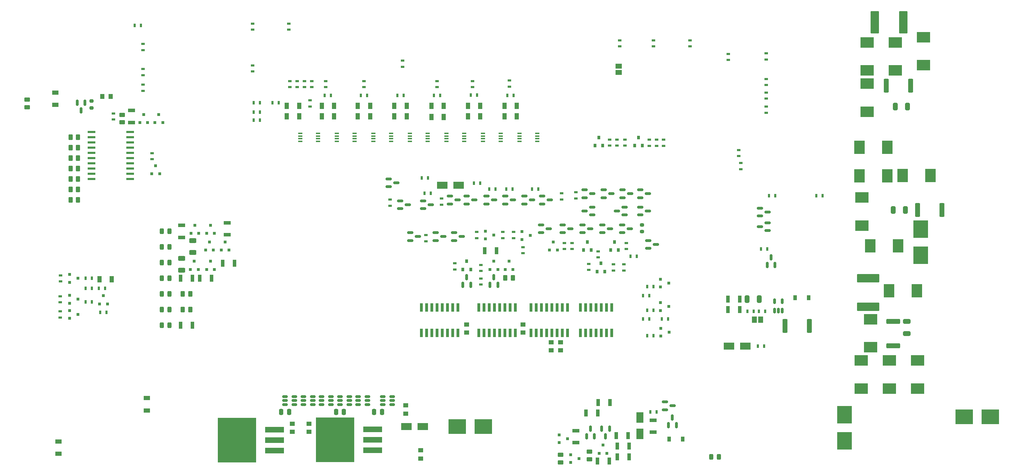
<source format=gbr>
G04 #@! TF.GenerationSoftware,KiCad,Pcbnew,(5.99.0-7935-g797175e0f2)*
G04 #@! TF.CreationDate,2021-01-18T22:07:49+01:00*
G04 #@! TF.ProjectId,ardumower mega shield svn,61726475-6d6f-4776-9572-206d65676120,1.4*
G04 #@! TF.SameCoordinates,PXc1c960PY8a12ae0*
G04 #@! TF.FileFunction,Paste,Top*
G04 #@! TF.FilePolarity,Positive*
%FSLAX46Y46*%
G04 Gerber Fmt 4.6, Leading zero omitted, Abs format (unit mm)*
G04 Created by KiCad (PCBNEW (5.99.0-7935-g797175e0f2)) date 2021-01-18 22:07:49*
%MOMM*%
%LPD*%
G01*
G04 APERTURE LIST*
G04 Aperture macros list*
%AMRoundRect*
0 Rectangle with rounded corners*
0 $1 Rounding radius*
0 $2 $3 $4 $5 $6 $7 $8 $9 X,Y pos of 4 corners*
0 Add a 4 corners polygon primitive as box body*
4,1,4,$2,$3,$4,$5,$6,$7,$8,$9,$2,$3,0*
0 Add four circle primitives for the rounded corners*
1,1,$1+$1,$2,$3,0*
1,1,$1+$1,$4,$5,0*
1,1,$1+$1,$6,$7,0*
1,1,$1+$1,$8,$9,0*
0 Add four rect primitives between the rounded corners*
20,1,$1+$1,$2,$3,$4,$5,0*
20,1,$1+$1,$4,$5,$6,$7,0*
20,1,$1+$1,$6,$7,$8,$9,0*
20,1,$1+$1,$8,$9,$2,$3,0*%
G04 Aperture macros list end*
%ADD10RoundRect,0.250000X0.325000X0.650000X-0.325000X0.650000X-0.325000X-0.650000X0.325000X-0.650000X0*%
%ADD11RoundRect,0.250000X-0.650000X0.325000X-0.650000X-0.325000X0.650000X-0.325000X0.650000X0.325000X0*%
%ADD12RoundRect,0.250000X-0.325000X-0.650000X0.325000X-0.650000X0.325000X0.650000X-0.325000X0.650000X0*%
%ADD13RoundRect,0.250000X-0.362500X-1.425000X0.362500X-1.425000X0.362500X1.425000X-0.362500X1.425000X0*%
%ADD14RoundRect,0.250000X-1.425000X0.362500X-1.425000X-0.362500X1.425000X-0.362500X1.425000X0.362500X0*%
%ADD15R,0.800100X0.800100*%
%ADD16R,1.250000X1.000000*%
%ADD17RoundRect,0.243750X-0.243750X-0.456250X0.243750X-0.456250X0.243750X0.456250X-0.243750X0.456250X0*%
%ADD18R,4.191000X3.556000*%
%ADD19R,1.100000X0.400000*%
%ADD20R,1.800000X2.500000*%
%ADD21R,4.600000X1.390000*%
%ADD22R,9.400000X10.800000*%
%ADD23R,0.660400X2.032000*%
%ADD24R,2.500000X1.800000*%
%ADD25R,1.000000X1.250000*%
%ADD26R,3.300000X2.500000*%
%ADD27R,2.500000X3.300000*%
%ADD28R,1.600200X1.168400*%
%ADD29R,1.000000X1.600000*%
%ADD30R,1.600000X1.000000*%
%ADD31R,3.556000X4.191000*%
%ADD32R,1.950000X0.600000*%
%ADD33R,0.500000X0.900000*%
%ADD34R,0.900000X0.500000*%
%ADD35R,0.800000X0.900000*%
%ADD36R,0.900000X1.700000*%
%ADD37RoundRect,0.250000X0.262500X0.450000X-0.262500X0.450000X-0.262500X-0.450000X0.262500X-0.450000X0*%
%ADD38RoundRect,0.250000X-0.262500X-0.450000X0.262500X-0.450000X0.262500X0.450000X-0.262500X0.450000X0*%
%ADD39RoundRect,0.250000X-0.625000X0.312500X-0.625000X-0.312500X0.625000X-0.312500X0.625000X0.312500X0*%
%ADD40R,1.700000X0.900000*%
%ADD41RoundRect,0.250000X0.450000X-0.262500X0.450000X0.262500X-0.450000X0.262500X-0.450000X-0.262500X0*%
%ADD42R,0.900000X1.200000*%
%ADD43RoundRect,0.150000X-0.587500X-0.150000X0.587500X-0.150000X0.587500X0.150000X-0.587500X0.150000X0*%
%ADD44RoundRect,0.150000X0.150000X-0.512500X0.150000X0.512500X-0.150000X0.512500X-0.150000X-0.512500X0*%
%ADD45RoundRect,0.150000X0.587500X0.150000X-0.587500X0.150000X-0.587500X-0.150000X0.587500X-0.150000X0*%
%ADD46RoundRect,0.150000X-0.512500X-0.150000X0.512500X-0.150000X0.512500X0.150000X-0.512500X0.150000X0*%
%ADD47RoundRect,0.250000X-0.250000X-0.475000X0.250000X-0.475000X0.250000X0.475000X-0.250000X0.475000X0*%
%ADD48RoundRect,0.150000X0.150000X-0.587500X0.150000X0.587500X-0.150000X0.587500X-0.150000X-0.587500X0*%
%ADD49RoundRect,0.250000X0.250000X0.475000X-0.250000X0.475000X-0.250000X-0.475000X0.250000X-0.475000X0*%
%ADD50RoundRect,0.150000X-0.150000X0.587500X-0.150000X-0.587500X0.150000X-0.587500X0.150000X0.587500X0*%
%ADD51RoundRect,0.200000X0.275000X-0.200000X0.275000X0.200000X-0.275000X0.200000X-0.275000X-0.200000X0*%
%ADD52R,1.168400X1.600200*%
%ADD53RoundRect,0.250001X0.799999X2.474999X-0.799999X2.474999X-0.799999X-2.474999X0.799999X-2.474999X0*%
%ADD54RoundRect,0.250001X-2.474999X0.799999X-2.474999X-0.799999X2.474999X-0.799999X2.474999X0.799999X0*%
%ADD55RoundRect,0.250000X0.362500X1.425000X-0.362500X1.425000X-0.362500X-1.425000X0.362500X-1.425000X0*%
G04 APERTURE END LIST*
D10*
X231980000Y90043000D03*
X229030000Y90043000D03*
D11*
X231775000Y37797000D03*
X231775000Y34847000D03*
D12*
X228522000Y64897000D03*
X231472000Y64897000D03*
D13*
X226780500Y95123000D03*
X232705500Y95123000D03*
D14*
X228473000Y37760500D03*
X228473000Y31835500D03*
D13*
X234400500Y64897000D03*
X240325500Y64897000D03*
D15*
X156911000Y5730240D03*
X158811000Y5730240D03*
X157861000Y7729220D03*
D16*
X113538000Y6461000D03*
X113538000Y4461000D03*
X86360000Y10938000D03*
X86360000Y12938000D03*
X82296000Y10938000D03*
X82296000Y12938000D03*
X109855000Y15383000D03*
X109855000Y17383000D03*
D17*
X184228500Y4826000D03*
X186103500Y4826000D03*
D18*
X128778000Y12192000D03*
X122428000Y12192000D03*
D19*
X84210000Y83525000D03*
X84210000Y82875000D03*
X84210000Y82225000D03*
X84210000Y81575000D03*
X88510000Y81575000D03*
X88510000Y82225000D03*
X88510000Y82875000D03*
X88510000Y83525000D03*
X93100000Y83525000D03*
X93100000Y82875000D03*
X93100000Y82225000D03*
X93100000Y81575000D03*
X97400000Y81575000D03*
X97400000Y82225000D03*
X97400000Y82875000D03*
X97400000Y83525000D03*
X101990000Y83525000D03*
X101990000Y82875000D03*
X101990000Y82225000D03*
X101990000Y81575000D03*
X106290000Y81575000D03*
X106290000Y82225000D03*
X106290000Y82875000D03*
X106290000Y83525000D03*
X110880000Y83525000D03*
X110880000Y82875000D03*
X110880000Y82225000D03*
X110880000Y81575000D03*
X115180000Y81575000D03*
X115180000Y82225000D03*
X115180000Y82875000D03*
X115180000Y83525000D03*
X119770000Y83525000D03*
X119770000Y82875000D03*
X119770000Y82225000D03*
X119770000Y81575000D03*
X124070000Y81575000D03*
X124070000Y82225000D03*
X124070000Y82875000D03*
X124070000Y83525000D03*
X128660000Y83525000D03*
X128660000Y82875000D03*
X128660000Y82225000D03*
X128660000Y81575000D03*
X132960000Y81575000D03*
X132960000Y82225000D03*
X132960000Y82875000D03*
X132960000Y83525000D03*
X137550000Y83525000D03*
X137550000Y82875000D03*
X137550000Y82225000D03*
X137550000Y81575000D03*
X141850000Y81575000D03*
X141850000Y82225000D03*
X141850000Y82875000D03*
X141850000Y83525000D03*
D15*
X171973240Y36129000D03*
X171973240Y34229000D03*
X173972220Y35179000D03*
X171846240Y42352000D03*
X171846240Y40452000D03*
X173845220Y41402000D03*
X171846240Y48067000D03*
X171846240Y46167000D03*
X173845220Y47117000D03*
X35372000Y42052240D03*
X37272000Y42052240D03*
X36322000Y44051220D03*
X28082240Y49210000D03*
X28082240Y47310000D03*
X30081220Y48260000D03*
X28082240Y44130000D03*
X28082240Y42230000D03*
X30081220Y43180000D03*
X28082240Y40447000D03*
X28082240Y38547000D03*
X30081220Y39497000D03*
D20*
X166878000Y14446000D03*
X166878000Y10446000D03*
D21*
X101854000Y6477000D03*
X101854000Y9017000D03*
X101854000Y11557000D03*
D22*
X92704000Y9017000D03*
D21*
X77978000Y6350000D03*
X77978000Y8890000D03*
X77978000Y11430000D03*
D22*
X68828000Y8890000D03*
D17*
X50497500Y40640000D03*
X52372500Y40640000D03*
X50497500Y36830000D03*
X52372500Y36830000D03*
X50497500Y48260000D03*
X52372500Y48260000D03*
X50497500Y59690000D03*
X52372500Y59690000D03*
X50497500Y44450000D03*
X52372500Y44450000D03*
X50497500Y55880000D03*
X52372500Y55880000D03*
X50497500Y52070000D03*
X52372500Y52070000D03*
D15*
X147208240Y10221000D03*
X147208240Y8321000D03*
X149207220Y9271000D03*
X150002240Y5395000D03*
X150002240Y3495000D03*
X152001220Y4445000D03*
X48072000Y73675240D03*
X49972000Y73675240D03*
X49022000Y75674220D03*
D23*
X152400000Y35026600D03*
X153670000Y35026600D03*
X154940000Y35026600D03*
X156210000Y35026600D03*
X157480000Y35026600D03*
X158750000Y35026600D03*
X160020000Y35026600D03*
X160020000Y41173400D03*
X158750000Y41173400D03*
X157480000Y41173400D03*
X156210000Y41173400D03*
X154940000Y41173400D03*
X153670000Y41173400D03*
X152400000Y41173400D03*
X149225000Y41173400D03*
X147955000Y41173400D03*
X146685000Y41173400D03*
X145415000Y41173400D03*
X144145000Y41173400D03*
X142875000Y41173400D03*
X141605000Y41173400D03*
X140335000Y41173400D03*
X140335000Y35026600D03*
X141605000Y35026600D03*
X142875000Y35026600D03*
X144145000Y35026600D03*
X145415000Y35026600D03*
X146685000Y35026600D03*
X147955000Y35026600D03*
X149225000Y35026600D03*
X122555000Y41173400D03*
X121285000Y41173400D03*
X120015000Y41173400D03*
X118745000Y41173400D03*
X117475000Y41173400D03*
X116205000Y41173400D03*
X114935000Y41173400D03*
X113665000Y41173400D03*
X113665000Y35026600D03*
X114935000Y35026600D03*
X116205000Y35026600D03*
X117475000Y35026600D03*
X118745000Y35026600D03*
X120015000Y35026600D03*
X121285000Y35026600D03*
X122555000Y35026600D03*
X136525000Y41173400D03*
X135255000Y41173400D03*
X133985000Y41173400D03*
X132715000Y41173400D03*
X131445000Y41173400D03*
X130175000Y41173400D03*
X128905000Y41173400D03*
X127635000Y41173400D03*
X127635000Y35026600D03*
X128905000Y35026600D03*
X130175000Y35026600D03*
X131445000Y35026600D03*
X132715000Y35026600D03*
X133985000Y35026600D03*
X135255000Y35026600D03*
X136525000Y35026600D03*
D16*
X147574000Y32750000D03*
X147574000Y30750000D03*
X124714000Y35068000D03*
X124714000Y37068000D03*
X138430000Y35068000D03*
X138430000Y37068000D03*
X145288000Y32750000D03*
X145288000Y30750000D03*
D24*
X192500000Y31750000D03*
X188500000Y31750000D03*
D25*
X36084000Y92456000D03*
X38084000Y92456000D03*
D15*
X61407000Y50434240D03*
X63307000Y50434240D03*
X62357000Y52433220D03*
X57470000Y50434240D03*
X59370000Y50434240D03*
X58420000Y52433220D03*
X64963000Y55133240D03*
X66863000Y55133240D03*
X65913000Y57132220D03*
X61153000Y55133240D03*
X63053000Y55133240D03*
X62103000Y57132220D03*
X61407000Y59197240D03*
X63307000Y59197240D03*
X62357000Y61196220D03*
X57597000Y59197240D03*
X59497000Y59197240D03*
X58547000Y61196220D03*
X130368000Y50434240D03*
X132268000Y50434240D03*
X131318000Y52433220D03*
X134051000Y50434240D03*
X135951000Y50434240D03*
X135001000Y52433220D03*
X45151000Y86121240D03*
X47051000Y86121240D03*
X46101000Y88120220D03*
X48834000Y86121240D03*
X50734000Y86121240D03*
X49784000Y88120220D03*
D26*
X235839000Y106905000D03*
X235839000Y100105000D03*
D27*
X227047000Y80137000D03*
X220247000Y80137000D03*
D26*
X228981000Y105635000D03*
X228981000Y98835000D03*
X222123000Y105635000D03*
X222123000Y98835000D03*
X223012000Y38325000D03*
X223012000Y31525000D03*
X220726000Y28292000D03*
X220726000Y21492000D03*
X234442000Y21492000D03*
X234442000Y28292000D03*
X227584000Y28292000D03*
X227584000Y21492000D03*
D27*
X222914000Y56134000D03*
X229714000Y56134000D03*
D26*
X220853000Y61116000D03*
X220853000Y67916000D03*
D27*
X220247000Y73152000D03*
X227047000Y73152000D03*
X230788000Y73279000D03*
X237588000Y73279000D03*
X234286000Y45212000D03*
X227486000Y45212000D03*
D26*
X222123000Y88802000D03*
X222123000Y95602000D03*
D15*
X138191240Y59624000D03*
X138191240Y57724000D03*
X140190220Y58674000D03*
X144846000Y55133240D03*
X146746000Y55133240D03*
X145796000Y57132220D03*
X129301240Y59751000D03*
X129301240Y57851000D03*
X131300220Y58801000D03*
D28*
X161671000Y99822000D03*
X161671000Y98298000D03*
D29*
X101195000Y90170000D03*
X98195000Y90170000D03*
X92432000Y87630000D03*
X89432000Y87630000D03*
X101195000Y87630000D03*
X98195000Y87630000D03*
X110085000Y87630000D03*
X107085000Y87630000D03*
X83923000Y87630000D03*
X80923000Y87630000D03*
X119102000Y87503000D03*
X116102000Y87503000D03*
X127992000Y87630000D03*
X124992000Y87630000D03*
X136882000Y87630000D03*
X133882000Y87630000D03*
X110085000Y90170000D03*
X107085000Y90170000D03*
X119102000Y90170000D03*
X116102000Y90170000D03*
X127992000Y90170000D03*
X124992000Y90170000D03*
X136882000Y90170000D03*
X133882000Y90170000D03*
X92432000Y90170000D03*
X89432000Y90170000D03*
X83923000Y90170000D03*
X80923000Y90170000D03*
X35330000Y48006000D03*
X38330000Y48006000D03*
D30*
X25400000Y8612000D03*
X25400000Y5612000D03*
X46863000Y16153000D03*
X46863000Y19153000D03*
X24638000Y93448000D03*
X24638000Y90448000D03*
D31*
X235204000Y53848000D03*
X235204000Y60198000D03*
D32*
X42800000Y72390000D03*
X42800000Y73660000D03*
X42800000Y74930000D03*
X42800000Y76200000D03*
X42800000Y77470000D03*
X42800000Y78740000D03*
X42800000Y80010000D03*
X42800000Y81280000D03*
X42800000Y82550000D03*
X42800000Y83820000D03*
X33400000Y83820000D03*
X33400000Y82550000D03*
X33400000Y81280000D03*
X33400000Y80010000D03*
X33400000Y78740000D03*
X33400000Y77470000D03*
X33400000Y76200000D03*
X33400000Y74930000D03*
X33400000Y73660000D03*
X33400000Y72390000D03*
D33*
X135878000Y69977000D03*
X134378000Y69977000D03*
D34*
X86614000Y91555000D03*
X86614000Y90055000D03*
D33*
X114439000Y68961000D03*
X115939000Y68961000D03*
D34*
X72644000Y98564000D03*
X72644000Y100064000D03*
X170878500Y81966500D03*
X170878500Y80466500D03*
X197612000Y102985000D03*
X197612000Y101485000D03*
X114808000Y57289000D03*
X114808000Y58789000D03*
X106045000Y65925000D03*
X106045000Y67425000D03*
D33*
X115304000Y72644000D03*
X113804000Y72644000D03*
X199759000Y68326000D03*
X198259000Y68326000D03*
X197854000Y55372000D03*
X196354000Y55372000D03*
D34*
X197612000Y96762000D03*
X197612000Y95262000D03*
X191389000Y76315000D03*
X191389000Y74815000D03*
X188341000Y102858000D03*
X188341000Y101358000D03*
X190881000Y79490000D03*
X190881000Y77990000D03*
D33*
X72910000Y90932000D03*
X74410000Y90932000D03*
D34*
X161226500Y82030000D03*
X161226500Y80530000D03*
X45974000Y95365000D03*
X45974000Y93865000D03*
D33*
X45454000Y109728000D03*
X43954000Y109728000D03*
X131687000Y69977000D03*
X130187000Y69977000D03*
X128004000Y71374000D03*
X126504000Y71374000D03*
X142101000Y69977000D03*
X140601000Y69977000D03*
D34*
X147828000Y68949000D03*
X147828000Y67449000D03*
X72644000Y108724000D03*
X72644000Y110224000D03*
D33*
X78982000Y90932000D03*
X77482000Y90932000D03*
D34*
X38735000Y88380000D03*
X38735000Y86880000D03*
X118618000Y66179000D03*
X118618000Y67679000D03*
X81407000Y108724000D03*
X81407000Y110224000D03*
X127127000Y59551000D03*
X127127000Y58051000D03*
X133477000Y59551000D03*
X133477000Y58051000D03*
X136144000Y59551000D03*
X136144000Y58051000D03*
X138430000Y55868000D03*
X138430000Y54368000D03*
X148463000Y56884000D03*
X148463000Y55384000D03*
X150368000Y56884000D03*
X150368000Y55384000D03*
D33*
X168668000Y34290000D03*
X170168000Y34290000D03*
X172224000Y38354000D03*
X173724000Y38354000D03*
X168668000Y40513000D03*
X170168000Y40513000D03*
D34*
X117475000Y96254000D03*
X117475000Y94754000D03*
D33*
X167652000Y38354000D03*
X169152000Y38354000D03*
X168668000Y46228000D03*
X170168000Y46228000D03*
X167652000Y44069000D03*
X169152000Y44069000D03*
X195592000Y31750000D03*
X197092000Y31750000D03*
D34*
X151257000Y69203000D03*
X151257000Y67703000D03*
D33*
X209816000Y68326000D03*
X211316000Y68326000D03*
X35572000Y40005000D03*
X37072000Y40005000D03*
X32016000Y42545000D03*
X33516000Y42545000D03*
D34*
X25908000Y49010000D03*
X25908000Y47510000D03*
X25781000Y43930000D03*
X25781000Y42430000D03*
X25781000Y40247000D03*
X25781000Y38747000D03*
D33*
X33516000Y48260000D03*
X32016000Y48260000D03*
X33516000Y45847000D03*
X32016000Y45847000D03*
X35191000Y45847000D03*
X36691000Y45847000D03*
D34*
X48133000Y78728000D03*
X48133000Y77228000D03*
D33*
X72910000Y86741000D03*
X74410000Y86741000D03*
X72910000Y88646000D03*
X74410000Y88646000D03*
D35*
X159705000Y55134000D03*
X161605000Y55134000D03*
X160655000Y57134000D03*
D34*
X163576000Y56884000D03*
X163576000Y55384000D03*
D33*
X166104000Y53594000D03*
X164604000Y53594000D03*
D35*
X153101000Y55134000D03*
X155001000Y55134000D03*
X154051000Y57134000D03*
D34*
X156718000Y53352000D03*
X156718000Y54852000D03*
X154432000Y50304000D03*
X154432000Y51804000D03*
D35*
X156403000Y49927000D03*
X158303000Y49927000D03*
X157353000Y51927000D03*
D34*
X160401000Y51677000D03*
X160401000Y50177000D03*
X162941000Y50177000D03*
X162941000Y51677000D03*
D33*
X100445000Y92710000D03*
X98945000Y92710000D03*
D34*
X99695000Y96254000D03*
X99695000Y94754000D03*
X109093000Y99707000D03*
X109093000Y101207000D03*
D33*
X109335000Y92710000D03*
X107835000Y92710000D03*
D34*
X126111000Y96254000D03*
X126111000Y94754000D03*
D33*
X118225000Y92710000D03*
X116725000Y92710000D03*
X127242000Y92837000D03*
X125742000Y92837000D03*
D34*
X135128000Y96381000D03*
X135128000Y94881000D03*
D33*
X136132000Y92710000D03*
X134632000Y92710000D03*
D34*
X179070000Y104660000D03*
X179070000Y106160000D03*
X170180000Y104660000D03*
X170180000Y106160000D03*
X161925000Y106160000D03*
X161925000Y104660000D03*
D33*
X91682000Y92710000D03*
X90182000Y92710000D03*
D34*
X90424000Y96254000D03*
X90424000Y94754000D03*
D36*
X164264000Y4826000D03*
X161364000Y4826000D03*
X161364000Y7493000D03*
X164264000Y7493000D03*
X191188000Y43180000D03*
X188288000Y43180000D03*
X188288000Y40640000D03*
X191188000Y40640000D03*
D37*
X30122500Y74930000D03*
X28297500Y74930000D03*
X30122500Y72390000D03*
X28297500Y72390000D03*
X30122500Y80010000D03*
X28297500Y80010000D03*
X30122500Y69850000D03*
X28297500Y69850000D03*
X30122500Y67310000D03*
X28297500Y67310000D03*
X30122500Y77470000D03*
X28297500Y77470000D03*
X30122500Y82550000D03*
X28297500Y82550000D03*
X57427500Y44450000D03*
X55602500Y44450000D03*
D38*
X134088500Y48387000D03*
X135913500Y48387000D03*
D39*
X55372000Y53151500D03*
X55372000Y50226500D03*
D36*
X57965000Y48260000D03*
X55065000Y48260000D03*
X59764000Y48260000D03*
X62664000Y48260000D03*
D39*
X58039000Y57469500D03*
X58039000Y54544500D03*
D36*
X129106000Y54991000D03*
X132006000Y54991000D03*
X65352000Y51943000D03*
X68252000Y51943000D03*
D40*
X55372000Y61140000D03*
X55372000Y58240000D03*
D37*
X57427500Y40640000D03*
X55602500Y40640000D03*
D36*
X57965000Y36830000D03*
X55065000Y36830000D03*
D41*
X40830500Y86209500D03*
X40830500Y88034500D03*
D40*
X66421000Y61775000D03*
X66421000Y58875000D03*
X43180000Y89080000D03*
X43180000Y86180000D03*
X151257000Y11229000D03*
X151257000Y8329000D03*
D41*
X147574000Y3532500D03*
X147574000Y5357500D03*
D36*
X161110000Y10033000D03*
X164010000Y10033000D03*
X156665000Y18034000D03*
X159565000Y18034000D03*
X153744000Y15494000D03*
X156644000Y15494000D03*
X156538000Y3810000D03*
X159438000Y3810000D03*
D41*
X154559000Y4294500D03*
X154559000Y6119500D03*
D40*
X170053000Y13769000D03*
X170053000Y10869000D03*
D35*
X165547000Y80534000D03*
X167447000Y80534000D03*
X166497000Y82534000D03*
D34*
X169164000Y80466500D03*
X169164000Y81966500D03*
X172593000Y80466500D03*
X172593000Y81966500D03*
D35*
X155895000Y80534000D03*
X157795000Y80534000D03*
X156845000Y82534000D03*
D34*
X159512000Y80530000D03*
X159512000Y82030000D03*
X163195000Y80530000D03*
X163195000Y82030000D03*
X86995000Y96254000D03*
X86995000Y94754000D03*
X85217000Y96254000D03*
X85217000Y94754000D03*
X83439000Y96254000D03*
X83439000Y94754000D03*
X81661000Y96254000D03*
X81661000Y94754000D03*
D31*
X216662000Y15113000D03*
X216662000Y8763000D03*
D18*
X252095000Y14605000D03*
X245745000Y14605000D03*
D34*
X45974000Y97675000D03*
X45974000Y99175000D03*
X45974000Y105271000D03*
X45974000Y103771000D03*
X197612000Y93460000D03*
X197612000Y91960000D03*
X197612000Y88531000D03*
X197612000Y90031000D03*
D24*
X110014000Y12192000D03*
X114014000Y12192000D03*
X122777000Y70866000D03*
X118777000Y70866000D03*
D33*
X170930000Y15748000D03*
X169430000Y15748000D03*
D41*
X17780000Y89892500D03*
X17780000Y91717500D03*
D35*
X123764000Y50435000D03*
X125664000Y50435000D03*
X124714000Y52435000D03*
D34*
X128143000Y51550000D03*
X128143000Y50050000D03*
X128143000Y48248000D03*
X128143000Y46748000D03*
D42*
X207898000Y43561000D03*
X204598000Y43561000D03*
D34*
X121793000Y50431000D03*
X121793000Y51931000D03*
D43*
X157685500Y61275000D03*
X157685500Y59375000D03*
X159560500Y60325000D03*
X152859500Y61275000D03*
X152859500Y59375000D03*
X154734500Y60325000D03*
D44*
X199583000Y40391500D03*
X200533000Y40391500D03*
X201483000Y40391500D03*
X201483000Y42666500D03*
X199583000Y42666500D03*
D45*
X155242500Y63693000D03*
X155242500Y65593000D03*
X153367500Y64643000D03*
D43*
X114124500Y67117000D03*
X114124500Y65217000D03*
X115999500Y66167000D03*
X172925500Y18222000D03*
X172925500Y16322000D03*
X174800500Y17272000D03*
X121617500Y59370000D03*
X121617500Y57470000D03*
X123492500Y58420000D03*
X110949500Y59370000D03*
X110949500Y57470000D03*
X112824500Y58420000D03*
D45*
X197914500Y59883000D03*
X197914500Y61783000D03*
X196039500Y60833000D03*
D43*
X120601500Y68260000D03*
X120601500Y66360000D03*
X122476500Y67310000D03*
X134063500Y68260000D03*
X134063500Y66360000D03*
X135938500Y67310000D03*
D46*
X84968500Y19492000D03*
X84968500Y18542000D03*
X84968500Y17592000D03*
X87243500Y17592000D03*
X87243500Y18542000D03*
X87243500Y19492000D03*
D43*
X105742500Y72451000D03*
X105742500Y70551000D03*
X107617500Y71501000D03*
D33*
X197346000Y40259000D03*
X195846000Y40259000D03*
D43*
X158066500Y69784000D03*
X158066500Y67884000D03*
X159941500Y68834000D03*
D46*
X104272500Y19492000D03*
X104272500Y18542000D03*
X104272500Y17592000D03*
X106547500Y17592000D03*
X106547500Y18542000D03*
X106547500Y19492000D03*
D43*
X142826500Y61275000D03*
X142826500Y59375000D03*
X144701500Y60325000D03*
X117124000Y59370000D03*
X117124000Y57470000D03*
X118999000Y58420000D03*
D33*
X194552000Y40259000D03*
X193052000Y40259000D03*
D43*
X168861500Y57465000D03*
X168861500Y55565000D03*
X170736500Y56515000D03*
D46*
X98303500Y19492000D03*
X98303500Y18542000D03*
X98303500Y17592000D03*
X100578500Y17592000D03*
X100578500Y18542000D03*
X100578500Y19492000D03*
D47*
X79568000Y15748000D03*
X81468000Y15748000D03*
D43*
X162511500Y61275000D03*
X162511500Y59375000D03*
X164386500Y60325000D03*
X143080500Y68260000D03*
X143080500Y66360000D03*
X144955500Y67310000D03*
X124665500Y68260000D03*
X124665500Y66360000D03*
X126540500Y67310000D03*
D48*
X123764000Y46687500D03*
X125664000Y46687500D03*
X124714000Y48562500D03*
D43*
X153367500Y69784000D03*
X153367500Y67884000D03*
X155242500Y68834000D03*
D49*
X104074000Y15748000D03*
X102174000Y15748000D03*
D43*
X108536500Y67117000D03*
X108536500Y65217000D03*
X110411500Y66167000D03*
X148033500Y61275000D03*
X148033500Y59375000D03*
X149908500Y60325000D03*
D46*
X93858500Y19492000D03*
X93858500Y18542000D03*
X93858500Y17592000D03*
X96133500Y17592000D03*
X96133500Y18542000D03*
X96133500Y19492000D03*
D50*
X31811000Y90980500D03*
X29911000Y90980500D03*
X30861000Y89105500D03*
D47*
X92903000Y15748000D03*
X94803000Y15748000D03*
D51*
X33401000Y89726000D03*
X33401000Y91376000D03*
D48*
X197805000Y51513500D03*
X199705000Y51513500D03*
X198755000Y53388500D03*
D51*
X167386000Y59627000D03*
X167386000Y61277000D03*
D43*
X166956500Y69784000D03*
X166956500Y67884000D03*
X168831500Y68834000D03*
D48*
X130368000Y46687500D03*
X132268000Y46687500D03*
X131318000Y48562500D03*
D43*
X129491500Y68260000D03*
X129491500Y66360000D03*
X131366500Y67310000D03*
X162638500Y69784000D03*
X162638500Y67884000D03*
X164513500Y68834000D03*
D50*
X159446000Y11732500D03*
X157546000Y11732500D03*
X158496000Y9857500D03*
D42*
X173991000Y9144000D03*
X177291000Y9144000D03*
D45*
X163116500Y63693000D03*
X163116500Y65593000D03*
X161241500Y64643000D03*
D52*
X196215000Y38227000D03*
X194691000Y38227000D03*
D48*
X153863000Y9857500D03*
X155763000Y9857500D03*
X154813000Y11732500D03*
D46*
X80523500Y19492000D03*
X80523500Y18542000D03*
X80523500Y17592000D03*
X82798500Y17592000D03*
X82798500Y18542000D03*
X82798500Y19492000D03*
D43*
X166956500Y65593000D03*
X166956500Y63693000D03*
X168831500Y64643000D03*
D48*
X173802000Y12524500D03*
X175702000Y12524500D03*
X174752000Y14399500D03*
D43*
X138762500Y68260000D03*
X138762500Y66360000D03*
X140637500Y67310000D03*
X196039500Y65339000D03*
X196039500Y63439000D03*
X197914500Y64389000D03*
D53*
X230932000Y110490000D03*
X223982000Y110490000D03*
D54*
X222377000Y48306000D03*
X222377000Y41356000D03*
D10*
X195912000Y43180000D03*
X192962000Y43180000D03*
D55*
X208067500Y36703000D03*
X202142500Y36703000D03*
D46*
X89413500Y19492000D03*
X89413500Y18542000D03*
X89413500Y17592000D03*
X91688500Y17592000D03*
X91688500Y18542000D03*
X91688500Y19492000D03*
M02*

</source>
